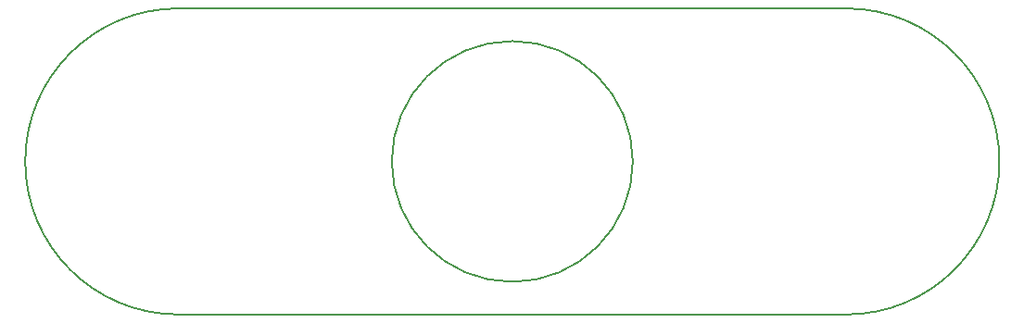
<source format=gbr>
G04 #@! TF.FileFunction,Profile,NP*
%FSLAX46Y46*%
G04 Gerber Fmt 4.6, Leading zero omitted, Abs format (unit mm)*
G04 Created by KiCad (PCBNEW 4.0.7-e2-6376~58~ubuntu16.04.1) date Tue Dec 26 20:47:44 2017*
%MOMM*%
%LPD*%
G01*
G04 APERTURE LIST*
%ADD10C,0.100000*%
%ADD11C,0.150000*%
G04 APERTURE END LIST*
D10*
D11*
X155512500Y-114000000D02*
G75*
G03X155512500Y-114000000I-11012500J0D01*
G01*
X175000000Y-128000000D02*
G75*
G03X175000000Y-100000000I0J14000000D01*
G01*
X114000000Y-100000000D02*
G75*
G03X114000000Y-128000000I0J-14000000D01*
G01*
X175000000Y-128000000D02*
X114000000Y-128000000D01*
X114000000Y-100000000D02*
X175000000Y-100000000D01*
M02*

</source>
